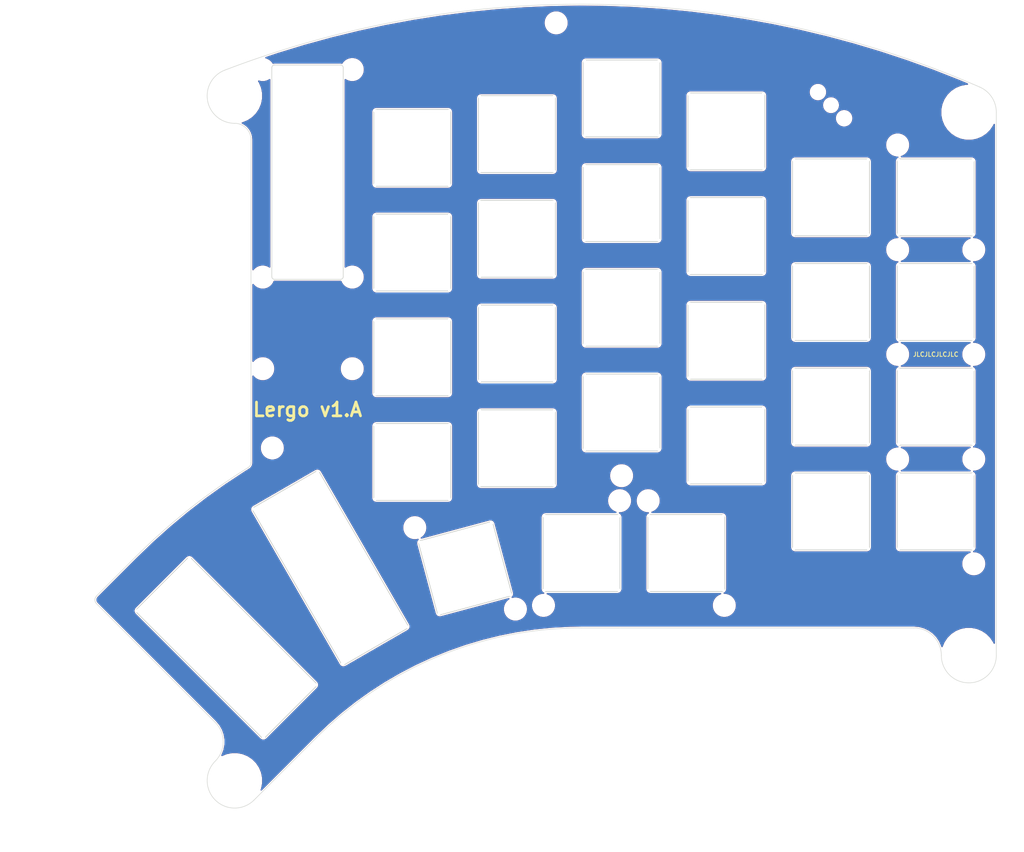
<source format=kicad_pcb>
(kicad_pcb (version 20171130) (host pcbnew 5.1.11-e4df9d881f~92~ubuntu20.04.1)
  (title_block (title "Lergo default top plate, large cutouts") (date 2021-11-11) (rev v1.A) (company "Axel Voitier") (comment 1 "SPDX-License-Identifier: CERN-OHL-W-2.0") (comment 2 "Large cutouts variant") (comment 3 "Default Kyria layout variant"))
  (layers (0 F.Cu signal) (31 B.Cu signal) (34 B.Paste user hide) (35 F.Paste user hide) (36 B.SilkS user) (37 F.SilkS user) (38 B.Mask user hide) (39 F.Mask user hide) (44 Edge.Cuts user))
  (net 0 "")
  (module "Lergo Footprints:CherryMX_Lergo_v1_TopPlate_2u_1u" (layer F.Cu) (at 116.057845 120.838155 210)
    (fp_text reference SW2 hide)
    (fp_text value KEY_SWITCH hide)
    (fp_line (start -7 -16.025) (end -7 0) (layer Edge.Cuts) (width 0.15))
    (fp_line (start 6.5 -16.525) (end -6.5 -16.525) (layer Edge.Cuts) (width 0.15))
    (fp_line (start 7 0) (end 7 -16.025) (layer Edge.Cuts) (width 0.15))
    (fp_line (start -7 0) (end -7 16.025) (layer Edge.Cuts) (width 0.15))
    (fp_line (start -6.5 16.525) (end 6.5 16.525) (layer Edge.Cuts) (width 0.15))
    (fp_line (start 7 16.025) (end 7 0) (layer Edge.Cuts) (width 0.15))
    (fp_arc (start 6.5 -16.025) (end 7 -16.025) (angle -90) (layer Edge.Cuts) (width 0.15))
    (fp_arc (start -6.5 -16.025) (end -6.5 -16.525) (angle -90) (layer Edge.Cuts) (width 0.15))
    (fp_arc (start -6.5 16.025) (end -7 16.025) (angle -90) (layer Edge.Cuts) (width 0.15))
    (fp_arc (start 6.5 16.025) (end 6.5 16.525) (angle -90) (layer Edge.Cuts) (width 0.15))
    (pad "" np_thru_hole circle (at -6.7 -16.225 210) (size 0.6 0.6) (drill 0.6) (layers *.Cu))
    (pad "" np_thru_hole circle (at 6.7 -16.225 210) (size 0.6 0.6) (drill 0.6) (layers *.Cu))
    (pad "" np_thru_hole circle (at 6.7 16.225 210) (size 0.6 0.6) (drill 0.6) (layers *.Cu))
    (pad "" np_thru_hole circle (at -6.7 16.225 210) (size 0.6 0.6) (drill 0.6) (layers *.Cu))
  )
  (module "Lergo Footprints:M5_with_washer_and_board" (layer F.Cu) (at 237.220381 136.74)
    (fp_text reference REF** hide)
    (fp_text value MountingHole_2.2mm_M2_ISO14580 hide)
    (pad "" np_thru_hole circle (at -5 0) (size 5.3 5.3) (drill 5.3) (layers *.Cu *.Mask) (clearance 2.35))
  )
  (module "Lergo Footprints:M5_with_washer_and_board" (layer F.Cu) (at 102.174433 163.064671 315)
    (fp_text reference REF** hide)
    (fp_text value MountingHole_2.2mm_M2_ISO14580 hide)
    (pad "" np_thru_hole circle (at -5 0 315) (size 5.3 5.3) (drill 5.3) (layers *.Cu *.Mask) (clearance 2.35))
  )
  (module "Lergo Footprints:M5_with_washer" (layer F.Cu) (at 98.638899 34.932171 90)
    (fp_text reference REF** hide)
    (fp_text value MountingHole_2.2mm_M2_ISO14580 hide)
    (pad "" np_thru_hole circle (at 0 0 90) (size 5.3 5.3) (drill 5.3) (layers *.Cu *.Mask) (clearance 2.35))
  )
  (module "Lergo Footprints:M5_with_washer" (layer F.Cu) (at 232.220381 37.928844)
    (fp_text reference REF** hide)
    (fp_text value MountingHole_2.2mm_M2_ISO14580 hide)
    (pad "" np_thru_hole circle (at 0 0) (size 5.3 5.3) (drill 5.3) (layers *.Cu *.Mask) (clearance 2.35))
  )
  (module "Lergo Footprints:JLCBCB_OrderNumber" (layer F.Cu) (at 226.2 81.975 180)
    (fp_text reference JLCJLCJLCJLC (at 0 0) (layer F.SilkS) (effects (font (size 0.8 0.8))))
    (fp_text value JLCBCB_OrderNumber)
  )
  (module "Lergo Footprints:SK6812_Bit_Bottom" (layer F.Cu) (at 207.15 36.6375)
    (fp_text reference SW2 hide)
    (fp_text value KEY_SWITCH hide)
    (pad "" np_thru_hole circle (at 2.38125 2.38125) (size 1.2 1.2) (drill 1.2) (layers *.Cu *.Mask) (clearance 0.9))
    (pad "" np_thru_hole circle (at -2.38125 -2.38125) (size 1.2 1.2) (drill 1.2) (layers *.Cu *.Mask) (clearance 0.9))
    (pad "" np_thru_hole circle (at 0 0) (size 2.5 2.5) (drill 2.5) (layers *.Cu *.Mask))
  )
  (module "Lergo Footprints:CherryMX_Lergo_v1_TopPlate_2u_1u" (layer F.Cu) (at 97.135413 135.364647 225)
    (fp_text reference SW2 hide)
    (fp_text value KEY_SWITCH hide)
    (fp_line (start -7 -16.025) (end -7 0) (layer Edge.Cuts) (width 0.15))
    (fp_line (start 6.5 -16.525) (end -6.5 -16.525) (layer Edge.Cuts) (width 0.15))
    (fp_line (start 7 0) (end 7 -16.025) (layer Edge.Cuts) (width 0.15))
    (fp_line (start -7 0) (end -7 16.025) (layer Edge.Cuts) (width 0.15))
    (fp_line (start -6.5 16.525) (end 6.5 16.525) (layer Edge.Cuts) (width 0.15))
    (fp_line (start 7 16.025) (end 7 0) (layer Edge.Cuts) (width 0.15))
    (fp_arc (start 6.5 -16.025) (end 7 -16.025) (angle -90) (layer Edge.Cuts) (width 0.15))
    (fp_arc (start -6.5 -16.025) (end -6.5 -16.525) (angle -90) (layer Edge.Cuts) (width 0.15))
    (fp_arc (start -6.5 16.025) (end -7 16.025) (angle -90) (layer Edge.Cuts) (width 0.15))
    (fp_arc (start 6.5 16.025) (end 6.5 16.525) (angle -90) (layer Edge.Cuts) (width 0.15))
    (pad "" np_thru_hole circle (at -6.7 -16.225 225) (size 0.6 0.6) (drill 0.6) (layers *.Cu))
    (pad "" np_thru_hole circle (at 6.7 -16.225 225) (size 0.6 0.6) (drill 0.6) (layers *.Cu))
    (pad "" np_thru_hole circle (at 6.7 16.225 225) (size 0.6 0.6) (drill 0.6) (layers *.Cu))
    (pad "" np_thru_hole circle (at -6.7 16.225 225) (size 0.6 0.6) (drill 0.6) (layers *.Cu))
  )
  (module "Lergo Footprints:CherryMX_Lergo_v1_TopPlate_1u_Drilled" (layer F.Cu) (at 180.81 118.12)
    (fp_text reference SW2 hide)
    (fp_text value KEY_SWITCH hide)
    (fp_line (start 7 6.5) (end 7 -6.5) (layer Edge.Cuts) (width 0.15))
    (fp_line (start -7 -6.5) (end -7 6.5) (layer Edge.Cuts) (width 0.15))
    (fp_line (start -6.5 7) (end 6.5 7) (layer Edge.Cuts) (width 0.15))
    (fp_line (start 6.5 -7) (end -6.5 -7) (layer Edge.Cuts) (width 0.15))
    (fp_arc (start -6.5 6.5) (end -7 6.5) (angle -90) (layer Edge.Cuts) (width 0.15))
    (fp_arc (start 6.5 -6.5) (end 7 -6.5) (angle -90) (layer Edge.Cuts) (width 0.15))
    (fp_arc (start 6.5 6.5) (end 6.5 7) (angle -90) (layer Edge.Cuts) (width 0.15))
    (fp_arc (start -6.5 -6.5) (end -6.5 -7) (angle -90) (layer Edge.Cuts) (width 0.15))
    (pad "" np_thru_hole circle (at -6.7 -6.7) (size 0.6 0.6) (drill 0.6) (layers *.Cu))
    (pad "" np_thru_hole circle (at 6.7 6.7) (size 0.6 0.6) (drill 0.6) (layers *.Cu))
    (pad "" np_thru_hole circle (at 6.7 -6.7) (size 0.6 0.6) (drill 0.6) (layers *.Cu))
    (pad "" np_thru_hole circle (at -6.7 6.7) (size 0.6 0.6) (drill 0.6) (layers *.Cu))
    (pad "" np_thru_hole circle (at 6.92375 9.525) (size 2 2) (drill 2) (layers *.Cu *.Mask) (clearance 1.1))
    (pad "" np_thru_hole circle (at -6.92375 -9.525) (size 2 2) (drill 2) (layers *.Cu *.Mask) (clearance 1.1))
  )
  (module "Lergo Footprints:CherryMX_Lergo_v1_TopPlate_1u_Drilled" (layer B.Cu) (at 161.76 118.12)
    (fp_text reference SW2 hide)
    (fp_text value KEY_SWITCH hide)
    (fp_line (start 7 -6.5) (end 7 6.5) (layer Edge.Cuts) (width 0.15))
    (fp_line (start -7 6.5) (end -7 -6.5) (layer Edge.Cuts) (width 0.15))
    (fp_line (start -6.5 -7) (end 6.5 -7) (layer Edge.Cuts) (width 0.15))
    (fp_line (start 6.5 7) (end -6.5 7) (layer Edge.Cuts) (width 0.15))
    (fp_arc (start -6.5 -6.5) (end -7 -6.5) (angle 90) (layer Edge.Cuts) (width 0.15))
    (fp_arc (start 6.5 6.5) (end 7 6.5) (angle 90) (layer Edge.Cuts) (width 0.15))
    (fp_arc (start 6.5 -6.5) (end 6.5 -7) (angle 90) (layer Edge.Cuts) (width 0.15))
    (fp_arc (start -6.5 6.5) (end -6.5 7) (angle 90) (layer Edge.Cuts) (width 0.15))
    (pad "" np_thru_hole circle (at -6.7 6.7) (size 0.6 0.6) (drill 0.6) (layers *.Cu))
    (pad "" np_thru_hole circle (at 6.7 -6.7) (size 0.6 0.6) (drill 0.6) (layers *.Cu))
    (pad "" np_thru_hole circle (at 6.7 6.7) (size 0.6 0.6) (drill 0.6) (layers *.Cu))
    (pad "" np_thru_hole circle (at -6.7 -6.7) (size 0.6 0.6) (drill 0.6) (layers *.Cu))
    (pad "" np_thru_hole circle (at 6.92375 -9.525) (size 2 2) (drill 2) (layers *.Cu *.Mask) (clearance 1.1))
    (pad "" np_thru_hole circle (at -6.92375 9.525) (size 2 2) (drill 2) (layers *.Cu *.Mask) (clearance 1.1))
  )
  (module "Lergo Footprints:CherryMX_Lergo_v1_TopPlate_1u_Drilled" (layer F.Cu) (at 140.575 120.91 15)
    (fp_text reference SW2 hide)
    (fp_text value KEY_SWITCH hide)
    (fp_line (start 7 6.5) (end 7 -6.5) (layer Edge.Cuts) (width 0.15))
    (fp_line (start -7 -6.5) (end -7 6.5) (layer Edge.Cuts) (width 0.15))
    (fp_line (start -6.5 7) (end 6.5 7) (layer Edge.Cuts) (width 0.15))
    (fp_line (start 6.5 -7) (end -6.5 -7) (layer Edge.Cuts) (width 0.15))
    (fp_arc (start -6.5 6.5) (end -7 6.5) (angle -90) (layer Edge.Cuts) (width 0.15))
    (fp_arc (start 6.5 -6.5) (end 7 -6.5) (angle -90) (layer Edge.Cuts) (width 0.15))
    (fp_arc (start 6.5 6.5) (end 6.5 7) (angle -90) (layer Edge.Cuts) (width 0.15))
    (fp_arc (start -6.5 -6.5) (end -6.5 -7) (angle -90) (layer Edge.Cuts) (width 0.15))
    (pad "" np_thru_hole circle (at -6.7 -6.7 15) (size 0.6 0.6) (drill 0.6) (layers *.Cu))
    (pad "" np_thru_hole circle (at 6.7 6.7 15) (size 0.6 0.6) (drill 0.6) (layers *.Cu))
    (pad "" np_thru_hole circle (at 6.7 -6.7 15) (size 0.6 0.6) (drill 0.6) (layers *.Cu))
    (pad "" np_thru_hole circle (at -6.7 6.7 15) (size 0.6 0.6) (drill 0.6) (layers *.Cu))
    (pad "" np_thru_hole circle (at 6.92375 9.525 15) (size 2 2) (drill 2) (layers *.Cu *.Mask) (clearance 1.1))
    (pad "" np_thru_hole circle (at -6.92375 -9.525 15) (size 2 2) (drill 2) (layers *.Cu *.Mask) (clearance 1.1))
  )
  (module "Lergo Footprints:CherryMX_Lergo_v1_TopPlate_1u_Drilled" (layer F.Cu) (at 226.2 110.55)
    (fp_text reference SW2 hide)
    (fp_text value KEY_SWITCH hide)
    (fp_line (start 7 6.5) (end 7 -6.5) (layer Edge.Cuts) (width 0.15))
    (fp_line (start -7 -6.5) (end -7 6.5) (layer Edge.Cuts) (width 0.15))
    (fp_line (start -6.5 7) (end 6.5 7) (layer Edge.Cuts) (width 0.15))
    (fp_line (start 6.5 -7) (end -6.5 -7) (layer Edge.Cuts) (width 0.15))
    (fp_arc (start -6.5 6.5) (end -7 6.5) (angle -90) (layer Edge.Cuts) (width 0.15))
    (fp_arc (start 6.5 -6.5) (end 7 -6.5) (angle -90) (layer Edge.Cuts) (width 0.15))
    (fp_arc (start 6.5 6.5) (end 6.5 7) (angle -90) (layer Edge.Cuts) (width 0.15))
    (fp_arc (start -6.5 -6.5) (end -6.5 -7) (angle -90) (layer Edge.Cuts) (width 0.15))
    (pad "" np_thru_hole circle (at -6.7 -6.7) (size 0.6 0.6) (drill 0.6) (layers *.Cu))
    (pad "" np_thru_hole circle (at 6.7 6.7) (size 0.6 0.6) (drill 0.6) (layers *.Cu))
    (pad "" np_thru_hole circle (at 6.7 -6.7) (size 0.6 0.6) (drill 0.6) (layers *.Cu))
    (pad "" np_thru_hole circle (at -6.7 6.7) (size 0.6 0.6) (drill 0.6) (layers *.Cu))
    (pad "" np_thru_hole circle (at 6.92375 9.525) (size 2 2) (drill 2) (layers *.Cu *.Mask) (clearance 1.1))
    (pad "" np_thru_hole circle (at -6.92375 -9.525) (size 2 2) (drill 2) (layers *.Cu *.Mask) (clearance 1.1))
  )
  (module "Lergo Footprints:CherryMX_Lergo_v1_TopPlate_1u_Drilled" (layer F.Cu) (at 226.2 91.5)
    (fp_text reference SW2 hide)
    (fp_text value KEY_SWITCH hide)
    (fp_line (start 7 6.5) (end 7 -6.5) (layer Edge.Cuts) (width 0.15))
    (fp_line (start -7 -6.5) (end -7 6.5) (layer Edge.Cuts) (width 0.15))
    (fp_line (start -6.5 7) (end 6.5 7) (layer Edge.Cuts) (width 0.15))
    (fp_line (start 6.5 -7) (end -6.5 -7) (layer Edge.Cuts) (width 0.15))
    (fp_arc (start -6.5 6.5) (end -7 6.5) (angle -90) (layer Edge.Cuts) (width 0.15))
    (fp_arc (start 6.5 -6.5) (end 7 -6.5) (angle -90) (layer Edge.Cuts) (width 0.15))
    (fp_arc (start 6.5 6.5) (end 6.5 7) (angle -90) (layer Edge.Cuts) (width 0.15))
    (fp_arc (start -6.5 -6.5) (end -6.5 -7) (angle -90) (layer Edge.Cuts) (width 0.15))
    (pad "" np_thru_hole circle (at -6.7 -6.7) (size 0.6 0.6) (drill 0.6) (layers *.Cu))
    (pad "" np_thru_hole circle (at 6.7 6.7) (size 0.6 0.6) (drill 0.6) (layers *.Cu))
    (pad "" np_thru_hole circle (at 6.7 -6.7) (size 0.6 0.6) (drill 0.6) (layers *.Cu))
    (pad "" np_thru_hole circle (at -6.7 6.7) (size 0.6 0.6) (drill 0.6) (layers *.Cu))
    (pad "" np_thru_hole circle (at 6.92375 9.525) (size 2 2) (drill 2) (layers *.Cu *.Mask) (clearance 1.1))
    (pad "" np_thru_hole circle (at -6.92375 -9.525) (size 2 2) (drill 2) (layers *.Cu *.Mask) (clearance 1.1))
  )
  (module "Lergo Footprints:CherryMX_Lergo_v1_TopPlate_1u_Drilled" (layer F.Cu) (at 226.2 72.45)
    (fp_text reference SW2 hide)
    (fp_text value KEY_SWITCH hide)
    (fp_line (start 7 6.5) (end 7 -6.5) (layer Edge.Cuts) (width 0.15))
    (fp_line (start -7 -6.5) (end -7 6.5) (layer Edge.Cuts) (width 0.15))
    (fp_line (start -6.5 7) (end 6.5 7) (layer Edge.Cuts) (width 0.15))
    (fp_line (start 6.5 -7) (end -6.5 -7) (layer Edge.Cuts) (width 0.15))
    (fp_arc (start -6.5 6.5) (end -7 6.5) (angle -90) (layer Edge.Cuts) (width 0.15))
    (fp_arc (start 6.5 -6.5) (end 7 -6.5) (angle -90) (layer Edge.Cuts) (width 0.15))
    (fp_arc (start 6.5 6.5) (end 6.5 7) (angle -90) (layer Edge.Cuts) (width 0.15))
    (fp_arc (start -6.5 -6.5) (end -6.5 -7) (angle -90) (layer Edge.Cuts) (width 0.15))
    (pad "" np_thru_hole circle (at -6.7 -6.7) (size 0.6 0.6) (drill 0.6) (layers *.Cu))
    (pad "" np_thru_hole circle (at 6.7 6.7) (size 0.6 0.6) (drill 0.6) (layers *.Cu))
    (pad "" np_thru_hole circle (at 6.7 -6.7) (size 0.6 0.6) (drill 0.6) (layers *.Cu))
    (pad "" np_thru_hole circle (at -6.7 6.7) (size 0.6 0.6) (drill 0.6) (layers *.Cu))
    (pad "" np_thru_hole circle (at 6.92375 9.525) (size 2 2) (drill 2) (layers *.Cu *.Mask) (clearance 1.1))
    (pad "" np_thru_hole circle (at -6.92375 -9.525) (size 2 2) (drill 2) (layers *.Cu *.Mask) (clearance 1.1))
  )
  (module "Lergo Footprints:CherryMX_Lergo_v1_TopPlate_1u_Drilled" (layer F.Cu) (at 226.2 53.4)
    (fp_text reference SW2 hide)
    (fp_text value KEY_SWITCH hide)
    (fp_line (start 7 6.5) (end 7 -6.5) (layer Edge.Cuts) (width 0.15))
    (fp_line (start -7 -6.5) (end -7 6.5) (layer Edge.Cuts) (width 0.15))
    (fp_line (start -6.5 7) (end 6.5 7) (layer Edge.Cuts) (width 0.15))
    (fp_line (start 6.5 -7) (end -6.5 -7) (layer Edge.Cuts) (width 0.15))
    (fp_arc (start -6.5 6.5) (end -7 6.5) (angle -90) (layer Edge.Cuts) (width 0.15))
    (fp_arc (start 6.5 -6.5) (end 7 -6.5) (angle -90) (layer Edge.Cuts) (width 0.15))
    (fp_arc (start 6.5 6.5) (end 6.5 7) (angle -90) (layer Edge.Cuts) (width 0.15))
    (fp_arc (start -6.5 -6.5) (end -6.5 -7) (angle -90) (layer Edge.Cuts) (width 0.15))
    (pad "" np_thru_hole circle (at -6.7 -6.7) (size 0.6 0.6) (drill 0.6) (layers *.Cu))
    (pad "" np_thru_hole circle (at 6.7 6.7) (size 0.6 0.6) (drill 0.6) (layers *.Cu))
    (pad "" np_thru_hole circle (at 6.7 -6.7) (size 0.6 0.6) (drill 0.6) (layers *.Cu))
    (pad "" np_thru_hole circle (at -6.7 6.7) (size 0.6 0.6) (drill 0.6) (layers *.Cu))
    (pad "" np_thru_hole circle (at 6.92375 9.525) (size 2 2) (drill 2) (layers *.Cu *.Mask) (clearance 1.1))
    (pad "" np_thru_hole circle (at -6.92375 -9.525) (size 2 2) (drill 2) (layers *.Cu *.Mask) (clearance 1.1))
  )
  (module "Lergo Footprints:CherryMX_Lergo_v1_TopPlate_1u" (layer F.Cu) (at 150 60.95)
    (fp_text reference SW2 hide)
    (fp_text value KEY_SWITCH hide)
    (fp_line (start 6.5 -7) (end -6.5 -7) (layer Edge.Cuts) (width 0.15))
    (fp_line (start 7 6.5) (end 7 -6.5) (layer Edge.Cuts) (width 0.15))
    (fp_line (start -6.5 7) (end 6.5 7) (layer Edge.Cuts) (width 0.15))
    (fp_line (start -7 -6.5) (end -7 6.5) (layer Edge.Cuts) (width 0.15))
    (fp_arc (start 6.5 6.5) (end 6.5 7) (angle -90) (layer Edge.Cuts) (width 0.15))
    (fp_arc (start -6.5 6.5) (end -7 6.5) (angle -90) (layer Edge.Cuts) (width 0.15))
    (fp_arc (start -6.5 -6.5) (end -6.5 -7) (angle -90) (layer Edge.Cuts) (width 0.15))
    (fp_arc (start 6.5 -6.5) (end 7 -6.5) (angle -90) (layer Edge.Cuts) (width 0.15))
    (pad "" np_thru_hole circle (at -6.7 6.7) (size 0.6 0.6) (drill 0.6) (layers *.Cu))
    (pad "" np_thru_hole circle (at 6.7 6.7) (size 0.6 0.6) (drill 0.6) (layers *.Cu))
    (pad "" np_thru_hole circle (at 6.7 -6.7) (size 0.6 0.6) (drill 0.6) (layers *.Cu))
    (pad "" np_thru_hole circle (at -6.7 -6.7) (size 0.6 0.6) (drill 0.6) (layers *.Cu))
  )
  (module "Lergo Footprints:CherryMX_Lergo_v1_TopPlate_1u" (layer F.Cu) (at 207.15 72.45)
    (fp_text reference SW2 hide)
    (fp_text value KEY_SWITCH hide)
    (fp_line (start 6.5 -7) (end -6.5 -7) (layer Edge.Cuts) (width 0.15))
    (fp_line (start 7 6.5) (end 7 -6.5) (layer Edge.Cuts) (width 0.15))
    (fp_line (start -6.5 7) (end 6.5 7) (layer Edge.Cuts) (width 0.15))
    (fp_line (start -7 -6.5) (end -7 6.5) (layer Edge.Cuts) (width 0.15))
    (fp_arc (start 6.5 6.5) (end 6.5 7) (angle -90) (layer Edge.Cuts) (width 0.15))
    (fp_arc (start -6.5 6.5) (end -7 6.5) (angle -90) (layer Edge.Cuts) (width 0.15))
    (fp_arc (start -6.5 -6.5) (end -6.5 -7) (angle -90) (layer Edge.Cuts) (width 0.15))
    (fp_arc (start 6.5 -6.5) (end 7 -6.5) (angle -90) (layer Edge.Cuts) (width 0.15))
    (pad "" np_thru_hole circle (at -6.7 6.7) (size 0.6 0.6) (drill 0.6) (layers *.Cu))
    (pad "" np_thru_hole circle (at 6.7 6.7) (size 0.6 0.6) (drill 0.6) (layers *.Cu))
    (pad "" np_thru_hole circle (at 6.7 -6.7) (size 0.6 0.6) (drill 0.6) (layers *.Cu))
    (pad "" np_thru_hole circle (at -6.7 -6.7) (size 0.6 0.6) (drill 0.6) (layers *.Cu))
  )
  (module "Lergo Footprints:CherryMX_Lergo_v1_TopPlate_1u" (layer F.Cu) (at 207.15 91.5)
    (fp_text reference SW2 hide)
    (fp_text value KEY_SWITCH hide)
    (fp_line (start 6.5 -7) (end -6.5 -7) (layer Edge.Cuts) (width 0.15))
    (fp_line (start 7 6.5) (end 7 -6.5) (layer Edge.Cuts) (width 0.15))
    (fp_line (start -6.5 7) (end 6.5 7) (layer Edge.Cuts) (width 0.15))
    (fp_line (start -7 -6.5) (end -7 6.5) (layer Edge.Cuts) (width 0.15))
    (fp_arc (start 6.5 6.5) (end 6.5 7) (angle -90) (layer Edge.Cuts) (width 0.15))
    (fp_arc (start -6.5 6.5) (end -7 6.5) (angle -90) (layer Edge.Cuts) (width 0.15))
    (fp_arc (start -6.5 -6.5) (end -6.5 -7) (angle -90) (layer Edge.Cuts) (width 0.15))
    (fp_arc (start 6.5 -6.5) (end 7 -6.5) (angle -90) (layer Edge.Cuts) (width 0.15))
    (pad "" np_thru_hole circle (at -6.7 6.7) (size 0.6 0.6) (drill 0.6) (layers *.Cu))
    (pad "" np_thru_hole circle (at 6.7 6.7) (size 0.6 0.6) (drill 0.6) (layers *.Cu))
    (pad "" np_thru_hole circle (at 6.7 -6.7) (size 0.6 0.6) (drill 0.6) (layers *.Cu))
    (pad "" np_thru_hole circle (at -6.7 -6.7) (size 0.6 0.6) (drill 0.6) (layers *.Cu))
  )
  (module "Lergo Footprints:CherryMX_Lergo_v1_TopPlate_1u" (layer F.Cu) (at 188.1 79.5)
    (fp_text reference SW2 hide)
    (fp_text value KEY_SWITCH hide)
    (fp_line (start 6.5 -7) (end -6.5 -7) (layer Edge.Cuts) (width 0.15))
    (fp_line (start 7 6.5) (end 7 -6.5) (layer Edge.Cuts) (width 0.15))
    (fp_line (start -6.5 7) (end 6.5 7) (layer Edge.Cuts) (width 0.15))
    (fp_line (start -7 -6.5) (end -7 6.5) (layer Edge.Cuts) (width 0.15))
    (fp_arc (start 6.5 6.5) (end 6.5 7) (angle -90) (layer Edge.Cuts) (width 0.15))
    (fp_arc (start -6.5 6.5) (end -7 6.5) (angle -90) (layer Edge.Cuts) (width 0.15))
    (fp_arc (start -6.5 -6.5) (end -6.5 -7) (angle -90) (layer Edge.Cuts) (width 0.15))
    (fp_arc (start 6.5 -6.5) (end 7 -6.5) (angle -90) (layer Edge.Cuts) (width 0.15))
    (pad "" np_thru_hole circle (at -6.7 6.7) (size 0.6 0.6) (drill 0.6) (layers *.Cu))
    (pad "" np_thru_hole circle (at 6.7 6.7) (size 0.6 0.6) (drill 0.6) (layers *.Cu))
    (pad "" np_thru_hole circle (at 6.7 -6.7) (size 0.6 0.6) (drill 0.6) (layers *.Cu))
    (pad "" np_thru_hole circle (at -6.7 -6.7) (size 0.6 0.6) (drill 0.6) (layers *.Cu))
  )
  (module "Lergo Footprints:CherryMX_Lergo_v1_TopPlate_1u" (layer F.Cu) (at 169.05 73.5)
    (fp_text reference SW2 hide)
    (fp_text value KEY_SWITCH hide)
    (fp_line (start 6.5 -7) (end -6.5 -7) (layer Edge.Cuts) (width 0.15))
    (fp_line (start 7 6.5) (end 7 -6.5) (layer Edge.Cuts) (width 0.15))
    (fp_line (start -6.5 7) (end 6.5 7) (layer Edge.Cuts) (width 0.15))
    (fp_line (start -7 -6.5) (end -7 6.5) (layer Edge.Cuts) (width 0.15))
    (fp_arc (start 6.5 6.5) (end 6.5 7) (angle -90) (layer Edge.Cuts) (width 0.15))
    (fp_arc (start -6.5 6.5) (end -7 6.5) (angle -90) (layer Edge.Cuts) (width 0.15))
    (fp_arc (start -6.5 -6.5) (end -6.5 -7) (angle -90) (layer Edge.Cuts) (width 0.15))
    (fp_arc (start 6.5 -6.5) (end 7 -6.5) (angle -90) (layer Edge.Cuts) (width 0.15))
    (pad "" np_thru_hole circle (at -6.7 6.7) (size 0.6 0.6) (drill 0.6) (layers *.Cu))
    (pad "" np_thru_hole circle (at 6.7 6.7) (size 0.6 0.6) (drill 0.6) (layers *.Cu))
    (pad "" np_thru_hole circle (at 6.7 -6.7) (size 0.6 0.6) (drill 0.6) (layers *.Cu))
    (pad "" np_thru_hole circle (at -6.7 -6.7) (size 0.6 0.6) (drill 0.6) (layers *.Cu))
  )
  (module "Lergo Footprints:CherryMX_Lergo_v1_TopPlate_1u" (layer F.Cu) (at 130.95 82.5)
    (fp_text reference SW2 hide)
    (fp_text value KEY_SWITCH hide)
    (fp_line (start 6.5 -7) (end -6.5 -7) (layer Edge.Cuts) (width 0.15))
    (fp_line (start 7 6.5) (end 7 -6.5) (layer Edge.Cuts) (width 0.15))
    (fp_line (start -6.5 7) (end 6.5 7) (layer Edge.Cuts) (width 0.15))
    (fp_line (start -7 -6.5) (end -7 6.5) (layer Edge.Cuts) (width 0.15))
    (fp_arc (start 6.5 6.5) (end 6.5 7) (angle -90) (layer Edge.Cuts) (width 0.15))
    (fp_arc (start -6.5 6.5) (end -7 6.5) (angle -90) (layer Edge.Cuts) (width 0.15))
    (fp_arc (start -6.5 -6.5) (end -6.5 -7) (angle -90) (layer Edge.Cuts) (width 0.15))
    (fp_arc (start 6.5 -6.5) (end 7 -6.5) (angle -90) (layer Edge.Cuts) (width 0.15))
    (pad "" np_thru_hole circle (at -6.7 6.7) (size 0.6 0.6) (drill 0.6) (layers *.Cu))
    (pad "" np_thru_hole circle (at 6.7 6.7) (size 0.6 0.6) (drill 0.6) (layers *.Cu))
    (pad "" np_thru_hole circle (at 6.7 -6.7) (size 0.6 0.6) (drill 0.6) (layers *.Cu))
    (pad "" np_thru_hole circle (at -6.7 -6.7) (size 0.6 0.6) (drill 0.6) (layers *.Cu))
  )
  (module "Lergo Footprints:CherryMX_Lergo_v1_TopPlate_1u" (layer F.Cu) (at 150 80)
    (fp_text reference SW2 hide)
    (fp_text value KEY_SWITCH hide)
    (fp_line (start 6.5 -7) (end -6.5 -7) (layer Edge.Cuts) (width 0.15))
    (fp_line (start 7 6.5) (end 7 -6.5) (layer Edge.Cuts) (width 0.15))
    (fp_line (start -6.5 7) (end 6.5 7) (layer Edge.Cuts) (width 0.15))
    (fp_line (start -7 -6.5) (end -7 6.5) (layer Edge.Cuts) (width 0.15))
    (fp_arc (start 6.5 6.5) (end 6.5 7) (angle -90) (layer Edge.Cuts) (width 0.15))
    (fp_arc (start -6.5 6.5) (end -7 6.5) (angle -90) (layer Edge.Cuts) (width 0.15))
    (fp_arc (start -6.5 -6.5) (end -6.5 -7) (angle -90) (layer Edge.Cuts) (width 0.15))
    (fp_arc (start 6.5 -6.5) (end 7 -6.5) (angle -90) (layer Edge.Cuts) (width 0.15))
    (pad "" np_thru_hole circle (at -6.7 6.7) (size 0.6 0.6) (drill 0.6) (layers *.Cu))
    (pad "" np_thru_hole circle (at 6.7 6.7) (size 0.6 0.6) (drill 0.6) (layers *.Cu))
    (pad "" np_thru_hole circle (at 6.7 -6.7) (size 0.6 0.6) (drill 0.6) (layers *.Cu))
    (pad "" np_thru_hole circle (at -6.7 -6.7) (size 0.6 0.6) (drill 0.6) (layers *.Cu))
  )
  (module "Lergo Footprints:CherryMX_Lergo_v1_TopPlate_1u" (layer F.Cu) (at 130.95 101.55)
    (fp_text reference SW2 hide)
    (fp_text value KEY_SWITCH hide)
    (fp_line (start 6.5 -7) (end -6.5 -7) (layer Edge.Cuts) (width 0.15))
    (fp_line (start 7 6.5) (end 7 -6.5) (layer Edge.Cuts) (width 0.15))
    (fp_line (start -6.5 7) (end 6.5 7) (layer Edge.Cuts) (width 0.15))
    (fp_line (start -7 -6.5) (end -7 6.5) (layer Edge.Cuts) (width 0.15))
    (fp_arc (start 6.5 6.5) (end 6.5 7) (angle -90) (layer Edge.Cuts) (width 0.15))
    (fp_arc (start -6.5 6.5) (end -7 6.5) (angle -90) (layer Edge.Cuts) (width 0.15))
    (fp_arc (start -6.5 -6.5) (end -6.5 -7) (angle -90) (layer Edge.Cuts) (width 0.15))
    (fp_arc (start 6.5 -6.5) (end 7 -6.5) (angle -90) (layer Edge.Cuts) (width 0.15))
    (pad "" np_thru_hole circle (at -6.7 6.7) (size 0.6 0.6) (drill 0.6) (layers *.Cu))
    (pad "" np_thru_hole circle (at 6.7 6.7) (size 0.6 0.6) (drill 0.6) (layers *.Cu))
    (pad "" np_thru_hole circle (at 6.7 -6.7) (size 0.6 0.6) (drill 0.6) (layers *.Cu))
    (pad "" np_thru_hole circle (at -6.7 -6.7) (size 0.6 0.6) (drill 0.6) (layers *.Cu))
  )
  (module "Lergo Footprints:CherryMX_Lergo_v1_TopPlate_1u" (layer F.Cu) (at 130.95 63.45)
    (fp_text reference SW2 hide)
    (fp_text value KEY_SWITCH hide)
    (fp_line (start 6.5 -7) (end -6.5 -7) (layer Edge.Cuts) (width 0.15))
    (fp_line (start 7 6.5) (end 7 -6.5) (layer Edge.Cuts) (width 0.15))
    (fp_line (start -6.5 7) (end 6.5 7) (layer Edge.Cuts) (width 0.15))
    (fp_line (start -7 -6.5) (end -7 6.5) (layer Edge.Cuts) (width 0.15))
    (fp_arc (start 6.5 6.5) (end 6.5 7) (angle -90) (layer Edge.Cuts) (width 0.15))
    (fp_arc (start -6.5 6.5) (end -7 6.5) (angle -90) (layer Edge.Cuts) (width 0.15))
    (fp_arc (start -6.5 -6.5) (end -6.5 -7) (angle -90) (layer Edge.Cuts) (width 0.15))
    (fp_arc (start 6.5 -6.5) (end 7 -6.5) (angle -90) (layer Edge.Cuts) (width 0.15))
    (pad "" np_thru_hole circle (at -6.7 6.7) (size 0.6 0.6) (drill 0.6) (layers *.Cu))
    (pad "" np_thru_hole circle (at 6.7 6.7) (size 0.6 0.6) (drill 0.6) (layers *.Cu))
    (pad "" np_thru_hole circle (at 6.7 -6.7) (size 0.6 0.6) (drill 0.6) (layers *.Cu))
    (pad "" np_thru_hole circle (at -6.7 -6.7) (size 0.6 0.6) (drill 0.6) (layers *.Cu))
  )
  (module "Lergo Footprints:CherryMX_Lergo_v1_TopPlate_1u" (layer F.Cu) (at 150 41.9)
    (fp_text reference SW2 hide)
    (fp_text value KEY_SWITCH hide)
    (fp_line (start 6.5 -7) (end -6.5 -7) (layer Edge.Cuts) (width 0.15))
    (fp_line (start 7 6.5) (end 7 -6.5) (layer Edge.Cuts) (width 0.15))
    (fp_line (start -6.5 7) (end 6.5 7) (layer Edge.Cuts) (width 0.15))
    (fp_line (start -7 -6.5) (end -7 6.5) (layer Edge.Cuts) (width 0.15))
    (fp_arc (start 6.5 6.5) (end 6.5 7) (angle -90) (layer Edge.Cuts) (width 0.15))
    (fp_arc (start -6.5 6.5) (end -7 6.5) (angle -90) (layer Edge.Cuts) (width 0.15))
    (fp_arc (start -6.5 -6.5) (end -6.5 -7) (angle -90) (layer Edge.Cuts) (width 0.15))
    (fp_arc (start 6.5 -6.5) (end 7 -6.5) (angle -90) (layer Edge.Cuts) (width 0.15))
    (pad "" np_thru_hole circle (at -6.7 6.7) (size 0.6 0.6) (drill 0.6) (layers *.Cu))
    (pad "" np_thru_hole circle (at 6.7 6.7) (size 0.6 0.6) (drill 0.6) (layers *.Cu))
    (pad "" np_thru_hole circle (at 6.7 -6.7) (size 0.6 0.6) (drill 0.6) (layers *.Cu))
    (pad "" np_thru_hole circle (at -6.7 -6.7) (size 0.6 0.6) (drill 0.6) (layers *.Cu))
  )
  (module "Lergo Footprints:CherryMX_Lergo_v1_TopPlate_1u" (layer F.Cu) (at 169.05 92.55)
    (fp_text reference SW2 hide)
    (fp_text value KEY_SWITCH hide)
    (fp_line (start 6.5 -7) (end -6.5 -7) (layer Edge.Cuts) (width 0.15))
    (fp_line (start 7 6.5) (end 7 -6.5) (layer Edge.Cuts) (width 0.15))
    (fp_line (start -6.5 7) (end 6.5 7) (layer Edge.Cuts) (width 0.15))
    (fp_line (start -7 -6.5) (end -7 6.5) (layer Edge.Cuts) (width 0.15))
    (fp_arc (start 6.5 6.5) (end 6.5 7) (angle -90) (layer Edge.Cuts) (width 0.15))
    (fp_arc (start -6.5 6.5) (end -7 6.5) (angle -90) (layer Edge.Cuts) (width 0.15))
    (fp_arc (start -6.5 -6.5) (end -6.5 -7) (angle -90) (layer Edge.Cuts) (width 0.15))
    (fp_arc (start 6.5 -6.5) (end 7 -6.5) (angle -90) (layer Edge.Cuts) (width 0.15))
    (pad "" np_thru_hole circle (at -6.7 6.7) (size 0.6 0.6) (drill 0.6) (layers *.Cu))
    (pad "" np_thru_hole circle (at 6.7 6.7) (size 0.6 0.6) (drill 0.6) (layers *.Cu))
    (pad "" np_thru_hole circle (at 6.7 -6.7) (size 0.6 0.6) (drill 0.6) (layers *.Cu))
    (pad "" np_thru_hole circle (at -6.7 -6.7) (size 0.6 0.6) (drill 0.6) (layers *.Cu))
  )
  (module "Lergo Footprints:CherryMX_Lergo_v1_TopPlate_1u" (layer F.Cu) (at 169.05 54.45)
    (fp_text reference SW2 hide)
    (fp_text value KEY_SWITCH hide)
    (fp_line (start 6.5 -7) (end -6.5 -7) (layer Edge.Cuts) (width 0.15))
    (fp_line (start 7 6.5) (end 7 -6.5) (layer Edge.Cuts) (width 0.15))
    (fp_line (start -6.5 7) (end 6.5 7) (layer Edge.Cuts) (width 0.15))
    (fp_line (start -7 -6.5) (end -7 6.5) (layer Edge.Cuts) (width 0.15))
    (fp_arc (start 6.5 6.5) (end 6.5 7) (angle -90) (layer Edge.Cuts) (width 0.15))
    (fp_arc (start -6.5 6.5) (end -7 6.5) (angle -90) (layer Edge.Cuts) (width 0.15))
    (fp_arc (start -6.5 -6.5) (end -6.5 -7) (angle -90) (layer Edge.Cuts) (width 0.15))
    (fp_arc (start 6.5 -6.5) (end 7 -6.5) (angle -90) (layer Edge.Cuts) (width 0.15))
    (pad "" np_thru_hole circle (at -6.7 6.7) (size 0.6 0.6) (drill 0.6) (layers *.Cu))
    (pad "" np_thru_hole circle (at 6.7 6.7) (size 0.6 0.6) (drill 0.6) (layers *.Cu))
    (pad "" np_thru_hole circle (at 6.7 -6.7) (size 0.6 0.6) (drill 0.6) (layers *.Cu))
    (pad "" np_thru_hole circle (at -6.7 -6.7) (size 0.6 0.6) (drill 0.6) (layers *.Cu))
  )
  (module "Lergo Footprints:CherryMX_Lergo_v1_TopPlate_1u" (layer F.Cu) (at 169.05 35.4)
    (fp_text reference SW2 hide)
    (fp_text value KEY_SWITCH hide)
    (fp_line (start 6.5 -7) (end -6.5 -7) (layer Edge.Cuts) (width 0.15))
    (fp_line (start 7 6.5) (end 7 -6.5) (layer Edge.Cuts) (width 0.15))
    (fp_line (start -6.5 7) (end 6.5 7) (layer Edge.Cuts) (width 0.15))
    (fp_line (start -7 -6.5) (end -7 6.5) (layer Edge.Cuts) (width 0.15))
    (fp_arc (start 6.5 6.5) (end 6.5 7) (angle -90) (layer Edge.Cuts) (width 0.15))
    (fp_arc (start -6.5 6.5) (end -7 6.5) (angle -90) (layer Edge.Cuts) (width 0.15))
    (fp_arc (start -6.5 -6.5) (end -6.5 -7) (angle -90) (layer Edge.Cuts) (width 0.15))
    (fp_arc (start 6.5 -6.5) (end 7 -6.5) (angle -90) (layer Edge.Cuts) (width 0.15))
    (pad "" np_thru_hole circle (at -6.7 6.7) (size 0.6 0.6) (drill 0.6) (layers *.Cu))
    (pad "" np_thru_hole circle (at 6.7 6.7) (size 0.6 0.6) (drill 0.6) (layers *.Cu))
    (pad "" np_thru_hole circle (at 6.7 -6.7) (size 0.6 0.6) (drill 0.6) (layers *.Cu))
    (pad "" np_thru_hole circle (at -6.7 -6.7) (size 0.6 0.6) (drill 0.6) (layers *.Cu))
  )
  (module "Lergo Footprints:CherryMX_Lergo_v1_TopPlate_1u" (layer F.Cu) (at 188.1 98.55)
    (fp_text reference SW2 hide)
    (fp_text value KEY_SWITCH hide)
    (fp_line (start 6.5 -7) (end -6.5 -7) (layer Edge.Cuts) (width 0.15))
    (fp_line (start 7 6.5) (end 7 -6.5) (layer Edge.Cuts) (width 0.15))
    (fp_line (start -6.5 7) (end 6.5 7) (layer Edge.Cuts) (width 0.15))
    (fp_line (start -7 -6.5) (end -7 6.5) (layer Edge.Cuts) (width 0.15))
    (fp_arc (start 6.5 6.5) (end 6.5 7) (angle -90) (layer Edge.Cuts) (width 0.15))
    (fp_arc (start -6.5 6.5) (end -7 6.5) (angle -90) (layer Edge.Cuts) (width 0.15))
    (fp_arc (start -6.5 -6.5) (end -6.5 -7) (angle -90) (layer Edge.Cuts) (width 0.15))
    (fp_arc (start 6.5 -6.5) (end 7 -6.5) (angle -90) (layer Edge.Cuts) (width 0.15))
    (pad "" np_thru_hole circle (at -6.7 6.7) (size 0.6 0.6) (drill 0.6) (layers *.Cu))
    (pad "" np_thru_hole circle (at 6.7 6.7) (size 0.6 0.6) (drill 0.6) (layers *.Cu))
    (pad "" np_thru_hole circle (at 6.7 -6.7) (size 0.6 0.6) (drill 0.6) (layers *.Cu))
    (pad "" np_thru_hole circle (at -6.7 -6.7) (size 0.6 0.6) (drill 0.6) (layers *.Cu))
  )
  (module "Lergo Footprints:CherryMX_Lergo_v1_TopPlate_1u" (layer F.Cu) (at 188.1 60.45)
    (fp_text reference SW2 hide)
    (fp_text value KEY_SWITCH hide)
    (fp_line (start 6.5 -7) (end -6.5 -7) (layer Edge.Cuts) (width 0.15))
    (fp_line (start 7 6.5) (end 7 -6.5) (layer Edge.Cuts) (width 0.15))
    (fp_line (start -6.5 7) (end 6.5 7) (layer Edge.Cuts) (width 0.15))
    (fp_line (start -7 -6.5) (end -7 6.5) (layer Edge.Cuts) (width 0.15))
    (fp_arc (start 6.5 6.5) (end 6.5 7) (angle -90) (layer Edge.Cuts) (width 0.15))
    (fp_arc (start -6.5 6.5) (end -7 6.5) (angle -90) (layer Edge.Cuts) (width 0.15))
    (fp_arc (start -6.5 -6.5) (end -6.5 -7) (angle -90) (layer Edge.Cuts) (width 0.15))
    (fp_arc (start 6.5 -6.5) (end 7 -6.5) (angle -90) (layer Edge.Cuts) (width 0.15))
    (pad "" np_thru_hole circle (at -6.7 6.7) (size 0.6 0.6) (drill 0.6) (layers *.Cu))
    (pad "" np_thru_hole circle (at 6.7 6.7) (size 0.6 0.6) (drill 0.6) (layers *.Cu))
    (pad "" np_thru_hole circle (at 6.7 -6.7) (size 0.6 0.6) (drill 0.6) (layers *.Cu))
    (pad "" np_thru_hole circle (at -6.7 -6.7) (size 0.6 0.6) (drill 0.6) (layers *.Cu))
  )
  (module "Lergo Footprints:CherryMX_Lergo_v1_TopPlate_1u" (layer F.Cu) (at 188.1 41.4)
    (fp_text reference SW2 hide)
    (fp_text value KEY_SWITCH hide)
    (fp_line (start 6.5 -7) (end -6.5 -7) (layer Edge.Cuts) (width 0.15))
    (fp_line (start 7 6.5) (end 7 -6.5) (layer Edge.Cuts) (width 0.15))
    (fp_line (start -6.5 7) (end 6.5 7) (layer Edge.Cuts) (width 0.15))
    (fp_line (start -7 -6.5) (end -7 6.5) (layer Edge.Cuts) (width 0.15))
    (fp_arc (start 6.5 6.5) (end 6.5 7) (angle -90) (layer Edge.Cuts) (width 0.15))
    (fp_arc (start -6.5 6.5) (end -7 6.5) (angle -90) (layer Edge.Cuts) (width 0.15))
    (fp_arc (start -6.5 -6.5) (end -6.5 -7) (angle -90) (layer Edge.Cuts) (width 0.15))
    (fp_arc (start 6.5 -6.5) (end 7 -6.5) (angle -90) (layer Edge.Cuts) (width 0.15))
    (pad "" np_thru_hole circle (at -6.7 6.7) (size 0.6 0.6) (drill 0.6) (layers *.Cu))
    (pad "" np_thru_hole circle (at 6.7 6.7) (size 0.6 0.6) (drill 0.6) (layers *.Cu))
    (pad "" np_thru_hole circle (at 6.7 -6.7) (size 0.6 0.6) (drill 0.6) (layers *.Cu))
    (pad "" np_thru_hole circle (at -6.7 -6.7) (size 0.6 0.6) (drill 0.6) (layers *.Cu))
  )
  (module "Lergo Footprints:CherryMX_Lergo_v1_TopPlate_1u" (layer F.Cu) (at 207.15 110.55)
    (fp_text reference SW2 hide)
    (fp_text value KEY_SWITCH hide)
    (fp_line (start 6.5 -7) (end -6.5 -7) (layer Edge.Cuts) (width 0.15))
    (fp_line (start 7 6.5) (end 7 -6.5) (layer Edge.Cuts) (width 0.15))
    (fp_line (start -6.5 7) (end 6.5 7) (layer Edge.Cuts) (width 0.15))
    (fp_line (start -7 -6.5) (end -7 6.5) (layer Edge.Cuts) (width 0.15))
    (fp_arc (start 6.5 6.5) (end 6.5 7) (angle -90) (layer Edge.Cuts) (width 0.15))
    (fp_arc (start -6.5 6.5) (end -7 6.5) (angle -90) (layer Edge.Cuts) (width 0.15))
    (fp_arc (start -6.5 -6.5) (end -6.5 -7) (angle -90) (layer Edge.Cuts) (width 0.15))
    (fp_arc (start 6.5 -6.5) (end 7 -6.5) (angle -90) (layer Edge.Cuts) (width 0.15))
    (pad "" np_thru_hole circle (at -6.7 6.7) (size 0.6 0.6) (drill 0.6) (layers *.Cu))
    (pad "" np_thru_hole circle (at 6.7 6.7) (size 0.6 0.6) (drill 0.6) (layers *.Cu))
    (pad "" np_thru_hole circle (at 6.7 -6.7) (size 0.6 0.6) (drill 0.6) (layers *.Cu))
    (pad "" np_thru_hole circle (at -6.7 -6.7) (size 0.6 0.6) (drill 0.6) (layers *.Cu))
  )
  (module "Lergo Footprints:CherryMX_Lergo_v1_TopPlate_1u" (layer F.Cu) (at 207.15 53.4)
    (fp_text reference SW2 hide)
    (fp_text value KEY_SWITCH hide)
    (fp_line (start 6.5 -7) (end -6.5 -7) (layer Edge.Cuts) (width 0.15))
    (fp_line (start 7 6.5) (end 7 -6.5) (layer Edge.Cuts) (width 0.15))
    (fp_line (start -6.5 7) (end 6.5 7) (layer Edge.Cuts) (width 0.15))
    (fp_line (start -7 -6.5) (end -7 6.5) (layer Edge.Cuts) (width 0.15))
    (fp_arc (start 6.5 6.5) (end 6.5 7) (angle -90) (layer Edge.Cuts) (width 0.15))
    (fp_arc (start -6.5 6.5) (end -7 6.5) (angle -90) (layer Edge.Cuts) (width 0.15))
    (fp_arc (start -6.5 -6.5) (end -6.5 -7) (angle -90) (layer Edge.Cuts) (width 0.15))
    (fp_arc (start 6.5 -6.5) (end 7 -6.5) (angle -90) (layer Edge.Cuts) (width 0.15))
    (pad "" np_thru_hole circle (at -6.7 6.7) (size 0.6 0.6) (drill 0.6) (layers *.Cu))
    (pad "" np_thru_hole circle (at 6.7 6.7) (size 0.6 0.6) (drill 0.6) (layers *.Cu))
    (pad "" np_thru_hole circle (at 6.7 -6.7) (size 0.6 0.6) (drill 0.6) (layers *.Cu))
    (pad "" np_thru_hole circle (at -6.7 -6.7) (size 0.6 0.6) (drill 0.6) (layers *.Cu))
  )
  (module "Lergo Footprints:CherryMX_Lergo_v1_TopPlate_1u" (layer F.Cu) (at 130.95 44.4)
    (fp_text reference SW2 hide)
    (fp_text value KEY_SWITCH hide)
    (fp_line (start 6.5 -7) (end -6.5 -7) (layer Edge.Cuts) (width 0.15))
    (fp_line (start 7 6.5) (end 7 -6.5) (layer Edge.Cuts) (width 0.15))
    (fp_line (start -6.5 7) (end 6.5 7) (layer Edge.Cuts) (width 0.15))
    (fp_line (start -7 -6.5) (end -7 6.5) (layer Edge.Cuts) (width 0.15))
    (fp_arc (start 6.5 6.5) (end 6.5 7) (angle -90) (layer Edge.Cuts) (width 0.15))
    (fp_arc (start -6.5 6.5) (end -7 6.5) (angle -90) (layer Edge.Cuts) (width 0.15))
    (fp_arc (start -6.5 -6.5) (end -6.5 -7) (angle -90) (layer Edge.Cuts) (width 0.15))
    (fp_arc (start 6.5 -6.5) (end 7 -6.5) (angle -90) (layer Edge.Cuts) (width 0.15))
    (pad "" np_thru_hole circle (at -6.7 6.7) (size 0.6 0.6) (drill 0.6) (layers *.Cu))
    (pad "" np_thru_hole circle (at 6.7 6.7) (size 0.6 0.6) (drill 0.6) (layers *.Cu))
    (pad "" np_thru_hole circle (at 6.7 -6.7) (size 0.6 0.6) (drill 0.6) (layers *.Cu))
    (pad "" np_thru_hole circle (at -6.7 -6.7) (size 0.6 0.6) (drill 0.6) (layers *.Cu))
  )
  (module "Lergo Footprints:CherryMX_Lergo_v1_TopPlate_1u" (layer F.Cu) (at 150 99.05)
    (fp_text reference SW2 hide)
    (fp_text value KEY_SWITCH hide)
    (fp_line (start 6.5 -7) (end -6.5 -7) (layer Edge.Cuts) (width 0.15))
    (fp_line (start 7 6.5) (end 7 -6.5) (layer Edge.Cuts) (width 0.15))
    (fp_line (start -6.5 7) (end 6.5 7) (layer Edge.Cuts) (width 0.15))
    (fp_line (start -7 -6.5) (end -7 6.5) (layer Edge.Cuts) (width 0.15))
    (fp_arc (start 6.5 6.5) (end 6.5 7) (angle -90) (layer Edge.Cuts) (width 0.15))
    (fp_arc (start -6.5 6.5) (end -7 6.5) (angle -90) (layer Edge.Cuts) (width 0.15))
    (fp_arc (start -6.5 -6.5) (end -6.5 -7) (angle -90) (layer Edge.Cuts) (width 0.15))
    (fp_arc (start 6.5 -6.5) (end 7 -6.5) (angle -90) (layer Edge.Cuts) (width 0.15))
    (pad "" np_thru_hole circle (at -6.7 6.7) (size 0.6 0.6) (drill 0.6) (layers *.Cu))
    (pad "" np_thru_hole circle (at 6.7 6.7) (size 0.6 0.6) (drill 0.6) (layers *.Cu))
    (pad "" np_thru_hole circle (at 6.7 -6.7) (size 0.6 0.6) (drill 0.6) (layers *.Cu))
    (pad "" np_thru_hole circle (at -6.7 -6.7) (size 0.6 0.6) (drill 0.6) (layers *.Cu))
  )
  (module "Lergo Footprints:Arduino_ProMicro_Lergo_v1_TopPlate" (layer F.Cu) (at 111.9 58.3875)
    (fp_text reference SW2 hide)
    (fp_text value "PRO MICRO" hide)
    (fp_line (start -6.5 9.44) (end -6.5 -28.56) (layer Edge.Cuts) (width 0.12))
    (fp_line (start 6 9.94) (end -6 9.94) (layer Edge.Cuts) (width 0.12))
    (fp_line (start 6.5 -28.56) (end 6.5 9.44) (layer Edge.Cuts) (width 0.12))
    (fp_line (start -6 -29.06) (end 6 -29.06) (layer Edge.Cuts) (width 0.12))
    (fp_arc (start 6 9.44) (end 6 9.94) (angle -90) (layer Edge.Cuts) (width 0.12))
    (fp_arc (start -6 9.44) (end -6.5 9.44) (angle -90) (layer Edge.Cuts) (width 0.12))
    (fp_arc (start -6 -28.56) (end -6 -29.06) (angle -90) (layer Edge.Cuts) (width 0.12))
    (fp_arc (start 6 -28.56) (end 6.5 -28.56) (angle -90) (layer Edge.Cuts) (width 0.12))
    (pad "" np_thru_hole circle (at 8.14375 26.19375) (size 2 2) (drill 2) (layers *.Cu *.Mask) (clearance 1.1))
    (pad "" np_thru_hole circle (at -8.14375 -28.23) (size 2 2) (drill 2) (layers *.Cu *.Mask) (clearance 1.1))
    (pad "" np_thru_hole circle (at -8.14375 9.525) (size 2 2) (drill 2) (layers *.Cu *.Mask) (clearance 1.1))
    (pad "" np_thru_hole circle (at 8.14375 9.525) (size 2 2) (drill 2) (layers *.Cu *.Mask) (clearance 1.1))
    (pad "" np_thru_hole circle (at 8.14375 -28.23) (size 2 2) (drill 2) (layers *.Cu *.Mask) (clearance 1.1))
    (pad "" np_thru_hole circle (at -8.14375 26.19375) (size 2 2) (drill 2) (layers *.Cu *.Mask) (clearance 1.1))
  )
  (module "Lergo Footprints:M2_with_washer" (layer F.Cu) (at 105.5 99 180)
    (fp_text reference TH7 hide)
    (fp_text value HOLE hide)
    (pad "" np_thru_hole circle (at 0 0 180) (size 2 2) (drill 2) (layers *.Cu *.Mask) (clearance 1.1))
  )
  (module "Lergo Footprints:M2_with_washer" (layer F.Cu) (at 169.05 104.05 90)
    (fp_text reference TH7 hide)
    (fp_text value HOLE hide)
    (pad "" np_thru_hole circle (at 0 0 90) (size 2 2) (drill 2) (layers *.Cu *.Mask) (clearance 1.1))
  )
  (module "Lergo Footprints:M2_with_washer" (layer F.Cu) (at 157.14375 21.659375)
    (fp_text reference TH3 hide)
    (fp_text value HOLE hide)
    (pad "" np_thru_hole circle (at 0 0) (size 2 2) (drill 2) (layers *.Cu *.Mask) (clearance 1.1))
  )
  (gr_arc (start 74.231955 126.636911) (end 73.524848 125.929804) (angle -90) (layer Edge.Cuts) (width 0.12))
  (gr_arc (start 91.567831 152.458069) (end 95.103365 155.993603) (angle -90) (layer Edge.Cuts) (width 0.1))
  (gr_arc (start 98.638899 159.529137) (end 95.103365 155.993603) (angle -180) (layer Edge.Cuts) (width 0.1))
  (gr_arc (start 98.641295 42.905771) (end 101.614896 42.905771) (angle -90) (layer Edge.Cuts) (width 0.1))
  (gr_arc (start 98.638899 34.932171) (end 96.852971 30.262004) (angle -159.1) (layer Edge.Cuts) (width 0.1))
  (gr_arc (start 222.220381 136.74) (end 227.220381 136.74) (angle -90) (layer Edge.Cuts) (width 0.1))
  (gr_arc (start 232.220381 136.74) (end 227.220381 136.74) (angle -180) (layer Edge.Cuts) (width 0.1))
  (gr_arc (start 100.614896 101.696643) (end 101.143092 102.545766) (angle -58.1) (layer Edge.Cuts) (width 0.1))
  (gr_line (start 101.614896 42.905771) (end 101.614896 101.696929) (layer Edge.Cuts) (width 0.1))
  (gr_text "Lergo v1.A" (at 111.9 92.025) (layer F.SilkS) (effects (font (size 2.5 2.5) (thickness 0.5))))
  (gr_arc (start 232.220381 37.928844) (end 237.220381 37.928844) (angle -66.5) (layer Edge.Cuts) (width 0.1))
  (gr_arc (start 161.760381 199.9936) (end 234.214126 33.343544) (angle -44.42521298) (layer Edge.Cuts) (width 0.1))
  (gr_arc (start 161.760381 199.9936) (end 101.143092 102.545766) (angle -13.11497318) (layer Edge.Cuts) (width 0.1))
  (gr_line (start 73.524848 125.929804) (end 80.612709 118.841943) (layer Edge.Cuts) (width 0.1))
  (gr_line (start 95.103365 148.922535) (end 73.524848 127.344018) (layer Edge.Cuts) (width 0.1))
  (gr_line (start 113.500343 151.733562) (end 102.174433 163.064671) (layer Edge.Cuts) (width 0.1))
  (gr_arc (start 161.760381 199.9936) (end 161.760381 131.7436) (angle -45) (layer Edge.Cuts) (width 0.1))
  (gr_line (start 161.760381 131.7436) (end 222.220381 131.74) (layer Edge.Cuts) (width 0.1))
  (gr_line (start 237.220381 37.928844) (end 237.220381 136.74) (layer Edge.Cuts) (width 0.1))
  (zone (net 0) (net_name "") (layer F.Cu) (connect_pads (clearance 0.2)) (min_thickness 0.254) (fill yes (arc_segments 32) (thermal_gap 0.508) (thermal_bridge_width 0.508))
    (polygon (pts (xy 55.95 132.5) (xy 95.95 172.5) (xy 135.95 142.5) (xy 240.95 142.5) (xy 240.95 17.5) (xy 90.95 17.5) (xy 90.95 97.5)))
  )
  (zone (net 0) (net_name "") (layer B.Cu) (connect_pads (clearance 0.2)) (min_thickness 0.254) (fill yes (arc_segments 32) (thermal_gap 0.508) (thermal_bridge_width 0.508))
    (polygon (pts (xy 55.95 132.5) (xy 95.95 172.5) (xy 135.95 142.5) (xy 240.95 142.5) (xy 240.95 17.5) (xy 90.95 17.5) (xy 90.95 97.5)))
  )
  (zone (net 0) (net_name "") (layers F&B.Cu) (connect_pads (clearance 0.2)) (min_thickness 0.254)
    (keepout (tracks not_allowed) (vias not_allowed) (copperpour not_allowed))
    (fill (arc_segments 32) (thermal_gap 0.508) (thermal_bridge_width 0.508))
    (polygon (pts (xy 102.4 31.1) (xy 98.8 31.1) (xy 98.8 28.5) (xy 102.4 28.5)))
  )
)
</source>
